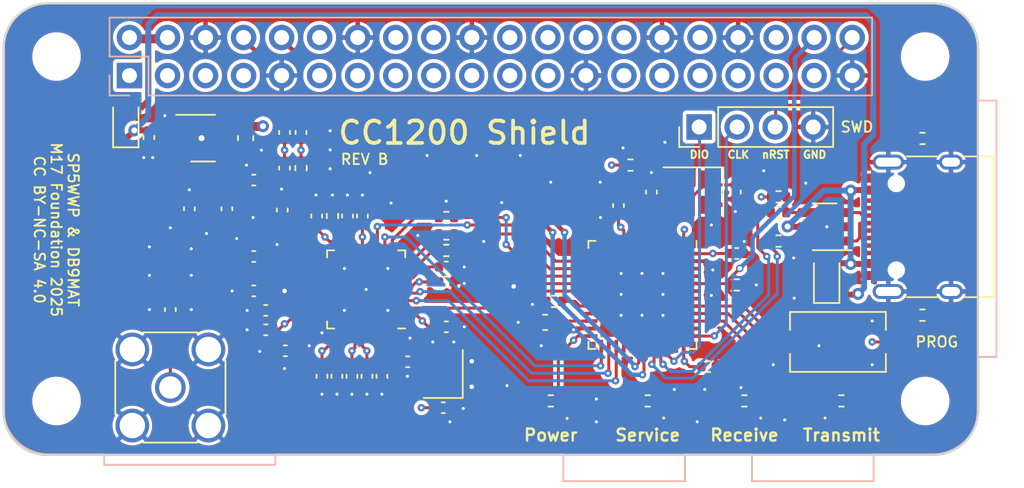
<source format=kicad_pcb>
(kicad_pcb (version 20240108) (generator "pcbnew") (generator_version "8.0")
  (title_block (title "CC1200_Hat") (date "2024-01-30") (rev "1.0") (company "DB9MAT, SP5WWP, M17 Team"))
  (layers (0 "F.Cu" signal) (1 "In1.Cu" power) (2 "In2.Cu" power) (31 "B.Cu" signal) (34 "B.Paste" user) (35 "F.Paste" user) (36 "B.SilkS" user "B.Silkscreen") (37 "F.SilkS" user "F.Silkscreen") (38 "B.Mask" user) (39 "F.Mask" user) (44 "Edge.Cuts" user))
  (net 0 "")
  (net 1 "GND")
  (net 2 "/X1")
  (net 3 "/X2")
  (net 4 "/~{MCU_RST}")
  (net 5 "Net-(P3-In)")
  (net 6 "Net-(D1-A)")
  (net 7 "Net-(J1-Pin_2)")
  (net 8 "Net-(J1-Pin_1)")
  (net 9 "+3.3V")
  (net 10 "Net-(C27-Pad2)")
  (net 11 "Net-(U6-VCAP1)")
  (net 14 "Net-(P5-D--PadA7)")
  (net 15 "Net-(P5-D+-PadA6)")
  (net 16 "/MCU_RX")
  (net 17 "Net-(U6-PB2)")
  (net 18 "/BOOT0")
  (net 19 "Net-(U1-DCPL)")
  (net 20 "Net-(U1-SI)")
  (net 21 "Net-(U1-SCLK)")
  (net 22 "Net-(D2-A)")
  (net 23 "Net-(D3-A)")
  (net 24 "Net-(D4-A)")
  (net 25 "Net-(U1-SO(GPIO1))")
  (net 26 "/MCU_TX")
  (net 27 "Net-(U1-PA)")
  (net 28 "Net-(U1-TRX_SW)")
  (net 29 "Net-(U1-LNA_P)")
  (net 30 "Net-(U3-EN)")
  (net 31 "Net-(U1-LNA_N)")
  (net 33 "Net-(P5-CC1)")
  (net 35 "Net-(P5-CC2)")
  (net 36 "Net-(U1-DCPL_VCO)")
  (net 37 "Net-(U1-LPF0)")
  (net 38 "+5V")
  (net 39 "/RX_LED")
  (net 52 "/TX_LED")
  (net 54 "Net-(U1-LPF1)")
  (net 56 "Net-(U1-DCPL_PFD_CHP)")
  (net 61 "/SVC_LED")
  (net 64 "/USB_DN")
  (net 69 "Net-(D5-A)")
  (net 70 "Net-(U1-DCPL_XOSC)")
  (net 71 "/USB_DP")
  (net 73 "Net-(U1-EXT_XOSC)")
  (net 78 "Net-(R24-Pad2)")
  (net 79 "/~{CC_RST}")
  (net 80 "Net-(R25-Pad1)")
  (net 81 "/~{CC_CS}")
  (net 90 "Net-(X1-OUT)")
  (net 91 "Net-(C1-Pad1)")
  (net 92 "Net-(C1-Pad2)")
  (net 93 "Net-(C4-Pad2)")
  (net 94 "Net-(C5-Pad1)")
  (net 95 "Net-(C8-Pad1)")
  (net 98 "/CC_MISO")
  (net 99 "/CC_MOSI")
  (net 100 "/CC_SCK")
  (net 101 "Net-(U1-RBIAS)")
  (net 102 "/CC_GPIO3")
  (net 103 "/CC_GPIO2")
  (net 104 "/CC_GPIO0")
  (net 108 "Net-(D6-A)")
  (footprint "Capacitor_SMD:C_0402_1005Metric" (layer "F.Cu") (at 198.7 118.2 90)
    (property "Reference" "C23" (hide yes))
    (property "Value" "12p")
  )
  (footprint "Capacitor_SMD:C_0402_1005Metric" (layer "F.Cu") (at 204.4 122.3)
    (property "Reference" "C24" (hide yes))
    (property "Value" "100n")
  )
  (footprint "Capacitor_SMD:C_0402_1005Metric" (layer "F.Cu") (at 202.517 129.858)
    (property "Reference" "C25" (hide yes))
    (property "Value" "100n")
  )
  (footprint "Capacitor_SMD:C_0402_1005Metric" (layer "F.Cu") (at 196.5 119.1 90)
    (property "Reference" "C26" (hide yes))
    (property "Value" "100n")
  )
  (footprint "Capacitor_SMD:C_0402_1005Metric" (layer "F.Cu") (at 166.576 126.048 90)
    (property "Reference" "C27" (hide yes))
    (property "Value" "1n")
  )
  (footprint "Capacitor_SMD:C_0603_1608Metric" (layer "F.Cu") (at 171.6 114.6 -90)
    (property "Reference" "C29" (hide yes))
    (property "Value" "10u")
  )
  (footprint "Connector_Coaxial:SMA_Wurth_60312002114503_Vertical" (layer "F.Cu") (at 166.576 131.25)
    (property "Reference" "P3" (hide yes))
    (property "Value" "SMA")
  )
  (footprint "Resistor_SMD:R_0402_1005Metric" (layer "F.Cu") (at 197.3 116.4)
    (property "Reference" "R1" (hide yes))
    (property "Value" "10k")
  )
  (footprint "Resistor_SMD:R_0402_1005Metric" (layer "F.Cu") (at 192.2 125.5 180)
    (property "Reference" "R7" (hide yes))
    (property "Value" "10k")
  )
  (footprint "Capacitor_SMD:C_0603_1608Metric" (layer "F.Cu") (at 191.6 126.9 180)
    (property "Reference" "C31" (hide yes))
    (property "Value" "2u2")
  )
  (footprint "Package_TO_SOT_SMD:SOT-23-5" (layer "F.Cu") (at 168.76 114.6)
    (property "Reference" "U3")
    (property "Value" "TLV70233_SOT23-5")
  )
  (footprint "Package_TO_SOT_SMD:SOT-23-6" (layer "F.Cu") (at 210.2625 120.52 180)
    (property "Reference" "U4" (hide yes))
    (property "Value" "USBLC6-2")
  )
  (footprint "Resistor_SMD:R_0402_1005Metric" (layer "F.Cu") (at 207.19 119.57 180)
    (property "Reference" "R26" (hide yes))
    (property "Value" "27")
  )
  (footprint "Resistor_SMD:R_0402_1005Metric" (layer "F.Cu") (at 207.19 121.47 180)
    (property "Reference" "R25" (hide yes))
    (property "Value" "27")
  )
  (footprint "Resistor_SMD:R_0402_1005Metric" (layer "F.Cu") (at 207.19 118.52)
    (property "Reference" "R24" (hide yes))
    (property "Value" "1k5")
  )
  (footprint "Resistor_SMD:R_0402_1005Metric" (layer "F.Cu") (at 216.8 114.62)
    (property "Reference" "R23" (hide yes))
    (property "Value" "5k1")
  )
  (footprint "Connector_USB:USB_C_Receptacle_HRO_TYPE-C-31-M-12" (layer "F.Cu") (at 217.65 120.52 90)
    (property "Reference" "P5")
    (property "Value" "USB_C_Plug_USB2.0")
  )
  (footprint "Resistor_SMD:R_0402_1005Metric" (layer "F.Cu") (at 216.8 126.42)
    (property "Reference" "R22" (hide yes))
    (property "Value" "5k1")
  )
  (footprint "Resistor_SMD:R_0402_1005Metric" (layer "F.Cu") (at 198.453 132.144 180)
    (property "Reference" "R18" (hide yes))
    (property "Value" "1k")
  )
  (footprint "Resistor_SMD:R_0402_1005Metric" (layer "F.Cu") (at 211.384 132.144 180)
    (property "Reference" "R13" (hide yes))
    (property "Value" "1k")
  )
  (footprint "Resistor_SMD:R_0402_1005Metric" (layer "F.Cu") (at 204.907 132.144)
    (property "Reference" "R12" (hide yes))
    (property "Value" "1k")
  )
  (footprint "Resistor_SMD:R_0402_1005Metric" (layer "F.Cu") (at 191.976 132.144)
    (property "Reference" "R11" (hide yes))
    (property "Value" "1k")
  )
  (footprint "LED_SMD:LED_0402_1005Metric" (layer "F.Cu") (at 211.384 133.287)
    (property "Reference" "D4")
    (property "Value" "red")
  )
  (footprint "LED_SMD:LED_0402_1005Metric" (layer "F.Cu") (at 204.907 133.293 180)
    (property "Reference" "D3")
    (property "Value" "yellow")
  )
  (footprint "LED_SMD:LED_0402_1005Metric" (layer "F.Cu") (at 191.976 133.318 180)
    (property "Reference" "D2")
    (property "Value" "green")
  )
  (footprint "LED_SMD:LED_0402_1005Metric" (layer "F.Cu") (at 198.43 133.287 180)
    (property "Reference" "D1")
    (property "Value" "blue")
  )
  (footprint "Capacitor_SMD:C_0402_1005Metric" (layer "F.Cu") (at 204.3 118.2 -90)
    (property "Reference" "C21" (hide yes))
    (property "Value" "12p")
  )
  (footprint "Connector_PinHeader_2.54mm:PinHeader_1x04_P2.54mm_Vertical" (layer "F.Cu") (at 201.882 113.856 90)
    (property "Reference" "J1" (hide yes))
    (property "Value" "SWD")
  )
  (footprint "Capacitor_SMD:C_0402_1005Metric" (layer "F.Cu") (at 172.15 124.8)
    (property "Reference" "C9" (hide yes))
    (property "Value" "5p1")
  )
  (footprint "Capacitor_SMD:C_0402_1005Metric" (layer "F.Cu") (at 172.15 122.5)
    (property "Reference" "C8" (hide yes))
    (property "Value" "5p1")
  )
  (footprint "Capacitor_SMD:C_0402_1005Metric" (layer "F.Cu") (at 170.35 119.317 90)
    (property "Reference" "C3" (hide yes))
    (property "Value" "5p1")
  )
  (footprint "Package_DFN_QFN:QFN-48-1EP_7x7mm_P0.5mm_EP5.6x5.6mm" (layer "F.Cu") (at 198.1 125.065401 -90)
    (property "Reference" "U6" (hide yes))
    (property "Value" "STM32F411CEUx")
  )
  (footprint "Inductor_SMD:L_0402_1005Metric" (layer "F.Cu") (at 174.05 123.1 -90)
    (property "Reference" "L7" (hide yes))
    (property "Value" "56n")
  )
  (footprint "Capacitor_SMD:C_0402_1005Metric" (layer "F.Cu") (at 174.25 128.8 180)
    (property "Reference" "C16" (hide yes))
    (property "Value" "1n5")
  )
  (footprint "Resistor_SMD:R_0402_1005Metric" (layer "F.Cu") (at 185.01 119.9 180)
    (property "Reference" "R4" (hide yes))
    (property "Value" "100")
  )
  (footprint "Capacitor_SMD:C_0402_1005Metric" (layer "F.Cu") (at 165.14 114.56 -90)
    (property "Reference" "C35" (hide yes))
    (property "Value" "100n")
  )
  (footprint "Capacitor_SMD:C_0402_1005Metric" (layer "F.Cu") (at 185 127.2 180)
    (property "Reference" "C32" (hide yes))
    (property "Value" "47n")
  )
  (footprint "Inductor_SMD:L_0402_1005Metric" (layer "F.Cu") (at 170.35 122.385 90)
    (property "Reference" "L9" (hide yes))
    (property "Value" "15n")
  )
  (footprint "Resistor_SMD:R_0402_1005Metric" (layer "F.Cu") (at 185.01 121 180)
    (property "Reference" "R6" (hide yes))
    (property "Value" "100")
  )
  (footprint "Capacitor_SMD:C_0402_1005Metric" (layer "F.Cu") (at 167.846 119.317 -90)
    (property "Reference" "C4" (hide yes))
    (property "Value" "6p2")
  )
  (footprint "Capacitor_SMD:C_0402_1005Metric" (layer "F.Cu") (at 172.95 126.1)
    (property "Reference" "C12" (hide yes))
    (property "Value" "10n")
  )
  (footprint "Capacitor_SMD:C_0402_1005Metric" (layer "F.Cu") (at 174.2 116.6 90)
    (property "Reference" "C5" (hide yes))
    (property "Value" "56p")
  )
  (footprint "Capacitor_SMD:C_0402_1005Metric" (layer "F.Cu") (at 174.05 119.4 90)
    (property "Reference" "C2" (hide yes))
    (property "Value" "39p")
  )
  (footprint "Capacitor_SMD:C_0402_1005Metric" (layer "F.Cu") (at 175.3 114.22 -90)
    (property "Reference" "C7" (hide yes))
    (property "Value" "100p")
  )
  (footprint "Inductor_SMD:L_0402_1005Metric" (layer "F.Cu") (at 172.15 123.7 180)
    (property "Reference" "L8" (hide yes))
    (property "Value" "27n")
  )
  (footprint "Capacitor_SMD:C_0402_1005Metric" (layer "F.Cu") (at 184.8 132.6 180)
    (property "Reference" "C15" (hide yes))
    (property "Value" "47n")
  )
  (footprint "Inductor_SMD:L_0402_1005Metric" (layer "F.Cu") (at 166.576 123.762 -90)
    (property "Reference" "L3" (hide yes))
    (property "Value" "22n")
  )
  (footprint "Diode_SMD:D_SOD-323" (layer "F.Cu") (at 210.4 124 90)
    (property "Reference" "D5" (hide yes))
    (property "Value" "BAT60A")
  )
  (footprint "Resistor_SMD:R_0402_1005Metric" (layer "F.Cu") (at 185 122.1 180)
    (property "Reference" "R5" (hide yes))
    (property "Value" "100")
  )
  (footprint "Capacitor_SMD:C_0402_1005Metric" (layer "F.Cu") (at 178.4 119.8 -90)
    (property "Reference" "C30" (hide yes))
    (property "Value" "47n")
  )
  (footprint "Package_DFN_QFN:QFN-32-1EP_5x5mm_P0.5mm_EP3.45x3.45mm" (layer "F.Cu") (at 179.65 124.7 180)
    (property "Reference" "U1" (hide yes))
    (property "Value" "CC1200")
  )
  (footprint "Capacitor_SMD:C_0402_1005Metric" (layer "F.Cu") (at 185 124.2 180)
    (property "Reference" "C33" (hide yes))
    (property "Value" "47n")
  )
  (footprint "Capacitor_SMD:C_0402_1005Metric" (layer "F.Cu") (at 172.95 127.4)
    (property "Reference" "C18" (hide yes))
    (property "Value" "47n")
  )
  (footprint "Capacitor_SMD:C_0402_1005Metric" (layer "F.Cu") (at 172.15 117.4 180)
    (property "Reference" "C1" (hide yes))
    (property "Value" "2p2")
  )
  (footprint "Inductor_SMD:L_0402_1005Metric" (layer "F.Cu") (at 172.15 118.8 180)
    (property "Reference" "L1" (hide yes))
    (property "Value" "15n")
  )
  (footprint "Crystal:Crystal_SMD_3225-4Pin_3.2x2.5mm" (layer "F.Cu") (at 201.5 118.2 180)
    (property "Reference" "Y1" (hide yes))
    (property "Value" "25MHz")
  )
  (footprint "Resistor_SMD:R_0402_1005Metric" (layer "F.Cu") (at 175.3 116.6 -90)
    (property "Reference" "R3" (hide yes))
    (property "Value" "18")
  )
  (footprint "Capacitor_SMD:C_0402_1005Metric" (layer "F.Cu") (at 180.7 130.5 90)
    (property "Reference" "C10" (hide yes))
    (property "Value" "47n")
  )
  (footprint "Capacitor_SMD:C_0402_1005Metric" (layer "F.Cu") (at 174.2 114.22 -90)
    (property "Reference" "C6" (hide yes))
    (property "Value" "10n")
  )
  (footprint "Inductor_SMD:L_0402_1005Metric" (layer "F.Cu") (at 166.14 114.56 -90)
    (property "Reference" "L10" (hide yes))
    (property "Value" "4u7")
  )
  (footprint "Capacitor_SMD:C_0402_1005Metric" (layer "F.Cu") (at 178.7 130.5 90)
    (property "Reference" "C17" (hide yes))
    (property "Value" "47n")
  )
  (footprint "Inductor_SMD:L_0402_1005Metric" (layer "F.Cu") (at 175.35 119.8 -90)
    (property "Reference" "L4" (hide yes))
    (property "Value" "56n")
  )
  (footprint "Capacitor_SMD:C_0402_1005Metric" (layer "F.Cu") (at 185 123.2 180)
    (property "Reference" "C13" (hide yes))
    (property "Value" "220n")
  )
  (footprint "Capacitor_SMD:C_0402_1005Metric" (layer "F.Cu") (at 179.4 119.8 -90)
    (property "Reference" "C34" (hide yes))
    (property "Value" "47n")
  )
  (footprint "Inductor_SMD:L_0402_1005Metric" (layer "F.Cu") (at 172.15 121.3 180)
    (property "Reference" "L6" (hide yes))
    (property "Value" "27n")
  )
  (footprint "Inductor_SMD:L_0402_1005Metric" (layer "F.Cu") (at 169.116 119.317 -90)
    (property "Reference" "L2" (hide yes))
    (property "Value" "43n")
  )
  (footprint "Capacitor_SMD:C_0402_1005Metric" (layer "F.Cu") (at 176.7 130.5 90)
    (property "Reference" "C20" (hide yes))
    (property "Value" "47n")
  )
  (footprint "Capacitor_SMD:C_0402_1005Metric" (layer "F.Cu") (at 177.7 130.5 90)
    (property "Reference" "C11" (hide yes))
    (property "Value" "47n")
  )
  (footprint "Resistor_SMD:R_0402_1005Metric" (layer "F.Cu") (at 204.4 124.4 180)
    (property "Reference" "R9" (hide yes))
    (property "Value" "10k")
  )
  (footprint "Resistor_SMD:R_0402_1005Metric" (layer "F.Cu") (at 177.4 119.8 -90)
    (property "Reference" "R14" (hide yes))
    (property "Value" "56k")
  )
  (footprint "Oscillator:Oscillator_SMD_SeikoEpson_SG210-4Pin_2.5x2.0mm" (layer "F.Cu") (at 184.8 130.35 90)
    (property "Reference" "X1" (hide yes))
    (property "Value" "40MHz")
  )
  (footprint "Diode_SMD:D_SOD-323" (layer "F.Cu") (at 163.6 113.6 90)
    (property "Reference" "D6" (hide yes))
    (property "Value" "BAT60A")
  )
  (footprint "Capacitor_SMD:C_0402_1005Metric" (layer "F.Cu") (at 182.43 129.53)
    (property "Reference" "C14" (hide yes))
    (property "Value" "1n")
  )
  (footprint "Capacitor_SMD:C_0402_1005Metric" (layer "F.Cu") (at 179.7 130.5 90)
    (property "Reference" "C19" (hide yes))
    (property "Value" "47n")
  )
  (footprint "Capacitor_SMD:C_0402_1005Metric" (layer "F.Cu") (at 176.35 119.8 -90)
    (property "Reference" "C22" (hide yes))
    (property "Value" "47n")
  )
  (footprint "Button_Switch_SMD:SW_Tactile_SPST_NO_Straight_CK_PTS636Sx25SMTRLFS" (layer "F.Cu") (at 211.153 128.207)
    (property "Reference" "SW1" (hide yes))
    (property "Value" "PROG" (hide yes))
  )
  (footprint "Module:Raspberry_Pi_Zero_Socketed_THT_FaceDown_MountingHoles" (layer "B.Cu") (at 163.845 110.42 -90)
    (property "Reference" "PI1" (hide yes))
    (property "Value" "RPi_Zero")
  )
  (gr_arc (start 158.3 135.75) (mid 156.284746 134.915254) (end 155.45 132.9) (stroke (width 0.15)) (layer "Edge.Cuts"))
  (gr_line (start 155.45 132.9) (end 155.45 108.55) (stroke (width 0.15)) (layer "Edge.Cuts"))
  (gr_line (start 158.4 105.6) (end 217.5 105.6) (stroke (width 0.15)) (layer "Edge.Cuts"))
  (gr_arc (start 217.5 105.6) (mid 219.62132 106.47868) (end 220.5 108.6) (stroke (width 0.15)) (layer "Edge.Cuts"))
  (gr_line (start 217.55 135.75) (end 158.3 135.75) (stroke (width 0.15)) (layer "Edge.Cuts"))
  (gr_line (start 220.5 108.6) (end 220.5 132.9) (stroke (width 0.15)) (layer "Edge.Cuts"))
  (gr_arc (start 155.45 108.55) (mid 156.314035 106.464035) (end 158.4 105.6) (stroke (width 0.15)) (layer "Edge.Cuts"))
  (gr_arc (start 220.5 132.9) (mid 219.601503 134.922224) (end 217.55 135.751694) (stroke (width 0.15)) (layer "Edge.Cuts"))
  (gr_text "SP5WWP & DB9MAT\nM17 Foundation 2025\nCC BY-NC-SA 4.0" (at 158.956 120.714 270) (layer "F.SilkS") (effects (font (size 0.7 0.7) (thickness 0.125))))
  (gr_text "CC1200 Shield" (at 177.652 114.238 0) (layer "F.SilkS") (effects (font (size 1.5 1.5) (thickness 0.25)) (justify left)))
  (gr_text "Transmit" (at 211.384 134.43 0) (layer "F.SilkS") (effects (font (size 0.8 0.8) (thickness 0.16))))
  (gr_text "Receive" (at 204.907 134.43 0) (layer "F.SilkS") (effects (font (size 0.8 0.8) (thickness 0.16) (bold yes))))
  (gr_text "Power" (at 191.976 134.43 0) (layer "F.SilkS") (effects (font (size 0.8 0.8) (thickness 0.16))))
  (gr_text "Service" (at 198.453 134.43 0) (layer "F.SilkS") (effects (font (size 0.8 0.8) (thickness 0.16))))
  (gr_text "SWD" (at 212.423 113.856 0) (layer "F.SilkS") (effects (font (size 0.7 0.7) (thickness 0.125))))
  (gr_text "REV B" (at 177.879 116.015 0) (layer "F.SilkS") (effects (font (size 0.7 0.7) (thickness 0.125)) (justify left)))
  (gr_text "GND" (at 209.6 115.7 0) (layer "F.SilkS") (effects (font (size 0.5 0.5) (thickness 0.125))))
  (gr_text "CLK" (at 204.5 115.7 0) (layer "F.SilkS") (effects (font (size 0.5 0.5) (thickness 0.125))))
  (gr_text "PROG" (at 217.757 128.207 0) (layer "F.SilkS") (effects (font (size 0.7 0.7) (thickness 0.125))))
  (gr_text "nRST" (at 207 115.7 0) (layer "F.SilkS") (effects (font (size 0.5 0.5) (thickness 0.125))))
  (gr_text "DIO" (at 201.9 115.7 0) (layer "F.SilkS") (effects (font (size 0.5 0.5) (thickness 0.125))))
  (segment (start 205.417 133.268) (end 205.392 133.293) (width 0.2) (layer "F.Cu") (net 1))
  (segment (start 180.4 127.1375) (end 180.4 126.575) (width 0.2) (layer "F.Cu") (net 1))
  (segment (start 194.6625 127.315401) (end 193.584599 127.315401) (width 0.2) (layer "F.Cu") (net 1))
  (segment (start 211.4 120.52) (end 210.4125 120.52) (width 0.2) (layer "F.Cu") (net 1))
  (segment (start 193.584599 127.315401) (end 193.5 127.4) (width 0.2) (layer "F.Cu") (net 1))
  (segment (start 192.486 133.293) (end 192.461 133.318) (width 0.2) (layer "F.Cu") (net 1))
  (segment (start 180.875 126.1) (end 181.1 126.1) (width 0.2) (layer "F.Cu") (net 1))
  (segment (start 180.4 126.575) (end 180.875 126.1) (width 0.2) (layer "F.Cu") (net 1))
  (segment (start 198.963 133.239) (end 198.915 133.287) (width 0.2) (layer "F.Cu") (net 1))
  (via (at 201.755 133.541) (size 0.5) (drill 0.2) (layers "F.Cu" "B.Cu") (net 1))
  (via (at 185.245 133.541) (size 0.5) (drill 0.2) (layers "F.Cu" "B.Cu") (net 1))
  (via (at 200.231 131.382) (size 0.5) (drill 0.2) (layers "F.Cu" "B.Cu") (net 1))
  (via (at 199.596 114.872) (size 0.5) (drill 0.2) (layers "F.Cu" "B.Cu") (net 1))
  (via (at 189.5 124.5) (size 0.5) (drill 0.3) (layers "F.Cu" "B.Cu") (net 1))
  (via (at 175.847 128.461) (size 0.5) (drill 0.2) (layers "F.Cu" "B.Cu") (net 1))
  (via (at 167.973 126.048) (size 0.5) (drill 0.2) (layers "F.Cu" "B.Cu") (net 1))
  (via (at 213.439 129.731) (size 0.5) (drill 0.2) (layers "F.Cu" "B.Cu") (net 1))
  (via (at 165.4 115.9) (size 0.5) (drill 0.2) (layers "F.Cu" "B.Cu") (net 1))
  (via (at 182.578 127.953) (size 0.5) (drill 0.2) (layers "F.Cu" "B.Cu") (net 1))
  (via (at 186.2 124.3) (size 0.5) (drill 0.2) (layers "F.Cu" "B.Cu") (net 1))
  (via (at 189.055 131.128) (size 0.5) (drill 0.2) (layers "F.Cu" "B.Cu") (net 1))
  (via (at 184.102 128.207) (size 0.5) (drill 0.2) (layers "F.Cu" "B.Cu") (net 1))
  (via (at 195.278 117.539) (size 0.5) (drill 0.2) (layers "F.Cu" "B.Cu") (net 1))
  (via (at 209.883 128.461) (size 0.5) (drill 0.2) (layers "F.Cu" "B.Cu") (net 1))
  (via (at 208.232 125.286) (size 0.5) (drill 0.2) (layers "F.Cu" "B.Cu") (net 1))
  (via (at 184.991 118.809) (size 0.5) (drill 0.2) (layers "F.Cu" "B.Cu") (net 1))
  (via (at 186.7 131.2) (size 0.5) (drill 0.3) (layers "F.Cu" "B.Cu") (net 1))
  (via (at 179.7 131.7) (size 0.5) (drill 0.2) (layers "F.Cu" "B.Cu") (net 1))
  (via (at 178.7 131.7) (size 0.5) (drill 0.2) (layers "F.Cu" "B.Cu") (net 1))
  (via (at 180.7 131.7) (size 0.5) (drill 0.2) (layers "F.Cu" "B.Cu") (net 1))
  (via (at 195.024 133.541) (size 0.5) (drill 0.2) (layers "F.Cu" "B.Cu") (net 1))
  (via (at 171.7 126.1) (size 0.5) (drill 0.2) (layers "F.Cu" "B.Cu") (net 1))
  (via (at 172.1 119.9) (size 0.5) (drill 0.2) (layers "F.Cu" "B.Cu") (net 1))
  (via (at 196.802 115.253) (size 0.5) (drill 0.2) (layers "F.Cu" "B.Cu") (net 1))
  (via (at 199.469 125.032) (size 0.5) (drill 0.2) (layers "F.Cu" "B.Cu") (net 1))
  (via (at 187.023 115.761) (size 0.5) (drill 0.2) (layers "F.Cu" "B.Cu") (net 1))
  (via (at 186.2 123.2) (size 0.5) (drill 0.2) (layers "F.Cu" "B.Cu") (net 1))
  (via (at 177.244 116.65) (size 0.5) (drill 0.2) (layers "F.Cu" "B.Cu") (net 1))
  (via (at 183.1 121.1) (size 0.5) (drill 0.2) (layers "F.Cu" "B.Cu") (net 1))
  (via (at 198.072 123.635) (size 0.5) (drill 0.2) (layers "F.Cu" "B.Cu") (net 1))
  (via (at 177.244 115.38) (size 0.5) (drill 0.2) (layers "F.Cu" "B.Cu") (net 1))
  (via (at 178.2 126.1) (size 0.5) (drill 0.2) (layers "F.Cu" "B.Cu") (net 1))
  (via (at 178.4 118.4) (size 0.5) (drill 0.2) (layers "F.Cu" "B.Cu") (net 1))
  (via (at 204.3 119.5) (size 0.5) (drill 0.2) (layers "F.Cu" "B.Cu") (net 1))
  (via (at 183.721 115.761) (size 0.5) (drill 0.2) (layers "F.Cu" "B.Cu") (net 1))
  (via (at 173.7 121.7) (size 0.5) (drill 0.2) (layers "F.Cu" "B.Cu") (net 1))
  (via (at 185.499 128.207) (size 0.5) (drill 0.2) (layers "F.Cu" "B.Cu") (net 1))
  (via (at 213.439 126.81) (size 0.5) (drill 0.2) (layers "F.Cu" "B.Cu") (net 1))
  (via (at 187.5 121.5) (size 0.5) (drill 0.2) (layers "F.Cu" "B.Cu") (net 1))
  (via (at 177.7 131.7) (size 0.5) (drill 0.2) (layers "F.Cu" "B.Cu") (net 1))
  (via (at 176.7 131.7) (size 0.5) (drill 0.2) (layers "F.Cu" "B.Cu") (net 1))
  (via (at 179.911 116.904) (size 0.5) (drill 0.2) (layers "F.Cu" "B.Cu") (net 1))
  (via (at 181.1 126.1) (size 0.5) (drill 0.2) (layers "F.Cu" "B.Cu") (net 1))
  (via (at 167.973 121.984) (size 0.5) (drill 0.2) (layers "F.Cu" "B.Cu") (net 1))
  (via (at 174 118) (size 0.5) (drill 0.2) (layers "F.Cu" "B.Cu") (net 1))
  (via (at 199.469 123.635) (size 0.5) (drill 0.2) (layers "F.Cu" "B.Cu") (net 1))
  (via (at 164.8 115.9) (size 0.5) (drill 0.2) (layers "F.Cu" "B.Cu") (net 1))
  (via (at 171.66 116.4) (size 0.5) (drill 0.2) (layers "F.Cu" "B.Cu") (net 1))
  (via (at 196.675 126.429) (size 0.5) (drill 0.2) (layers "F.Cu" "B.Cu") (net 1))
  (via (at 178.2 123.3) (size 0.5) (drill 0.2) (layers "F.Cu" "B.Cu") (net 1))
  (via (at 181.1 123.3) (size 0.5) (drill 0.2) (layers "F.Cu" "B.Cu") (net 1))
  (via (at 188.7 118.9) (size 0.5) (drill 0.2) (layers "F.Cu" "B.Cu") (net 1))
  (via (at 165.179 121.857) (size 0.5) (drill 0.2) (layers "F.Cu" "B.Cu") (net 1))
  (via (at 196.675 123.635) (size 0.5) (drill 0.2) (layers "F.Cu" "B.Cu") (net 1))
  (via (at 196.675 125.032) (size 0.5) (drill 0.2) (layers "F.Cu" "B.Cu") (net 1))
  (via (at 165.179 123.762) (size 0.5) (drill 0.2) (layers "F.Cu" "B.Cu") (net 1))
  (via (at 179.4 118.4) (size 0.5) (drill 0.2) (layers "F.Cu" "B.Cu") (net 1))
  (via (at 181.308 118.936) (size 0.5) (drill 0.2) (layers "F.Cu" "B.Cu") (net 1))
  (via (at 177.244 114.11) (size 0.5) (drill 0.2) (layers "F.Cu" "B.Cu") (net 1))
  (via (at 165.179 126.048) (size 0.5) (drill 0.2) (layers "F.Cu" "B.Cu") (net 1))
  (via (at 195.024 132.017) (size 0.5) (drill 0.2) (layers "F.Cu" "B.Cu") (net 1))
  (via (at 170.7 124.8) (size 0.5) (drill 0.2) (layers "F.Cu" "B.Cu") (net 1))
  (via (at 172.66 115.4) (size 0.5) (drill 0.2) (layers "F.Cu" "B.Cu") (net 1))
  (via (at 206.2 116.777) (size 0.5) (drill 0.2) (layers "F.Cu" "B.Cu") (net 1))
  (via (at 206.835 129.731) (size 0.5) (drill 0.2) (layers "F.Cu" "B.Cu") (net 1))
  (via (at 166.576 120.587) (size 0.5) (drill 0.2) (layers "F.Cu" "B.Cu") (net 1))
  (via (at 198.7 116.9) (size 0.5) (drill 0.2) (layers "F.Cu" "B.Cu") (net 1))
  (via (at 177.4 118.4) (size 0.5) (drill 0.2) (layers "F.Cu" "B.Cu") (net 1))
  (via (at 176.7 127.6) (size 0.5) (drill 0.2) (layers "F.Cu" "B.Cu") (net 1))
  (via (at 174.196 129.985) (size 0.5) (drill 0.2) (layers "F.Cu" "B.Cu") (net 1))
  (via (at 210.4125 120.52) (size 0.5) (drill 0.2) (layers "F.Cu" "B.Cu") (net 1))
  (via (at 199.469 126.429) (size 0.5) (drill 0.2) (layers "F.Cu" "B.Cu") (net 1))
  (via (at 202.263 131.382) (size 0.5) (drill 0.2) (layers "F.Cu" "B.Cu") (net 1))
  (via (at 167.973 123.762) (size 0.5) (drill 0.2) (layers "F.Cu" "B.Cu") (net 1))
  (via (at 167.846 118.047) (size 0.5) (drill 0.2) (layers "F.Cu" "B.Cu") (net 1))
  (via (at 191.341 128.461) (size 0.5) (drill 0.2) (layers "F.Cu" "B.Cu") (net 1))
  (via (at 204.9 121.5) (size 0.5) (drill 0.2) (layers "F.Cu" "B.Cu") (net 1))
  (via (at 189.8 126.9) (size 0.5) (drill 0.2) (layers "F.Cu" "B.Cu") (net 1))
  (via (at 190.7505 125.7) (size 0.5) (drill 0.2) (layers "F.Cu" "B.Cu") (net 1))
  (via (at 171 121.3) (size 0.5) (drill 0.2) (layers "F.Cu" "B.Cu") (net 1))
  (via (at 182.4 130.5) (size 0.5) (drill 0.2) (layers "F.Cu" "B.Cu") (net 1))
  (via (at 179.65 124.7) (size 0.5) (drill 0.2) (layers "F.Cu" "B.Cu") (net 1))
  (via (at 195.3 119.9) (size 0.5) (drill 0.2) (layers "F.Cu" "B.Cu") (net 1))
  (via (at 204.676 131.255) (size 0.5) (drill 0.2) (layers "F.Cu" "B.Cu") (net 1))
  (via (at 166.2 113.1) (size 0.5) (drill 0.2) (layers "F.Cu" "B.Cu") (net 1))
  (via (at 208.2 122.6) (size 0.5) (drill 0.2) (layers "F.Cu" "B.Cu") (net 1))
  (via (at 176.3 118.4) (size 0.5) (drill 0.2) (layers "F.Cu" "B.Cu") (net 1))
  (via (at 186.134 132.652) (size 0.5) (drill 0.2) (layers "F.Cu" "B.Cu") (net 1))
  (via (at 172.545 128.842) (size 0.5) (drill 0.2) (layers "F.Cu" "B.Cu") (net 1))
  (via (at 193.5 127.4) (size 0.5) (drill 0.2) (layers "F.Cu" "B.Cu") (net 1))
  (via (at 205.7 124.4) (size 0.5) (drill 0.2) (layers "F.Cu" "B.Cu") (net 1))
  (via (at 207.597 133.414) (size 0.5) (drill 0.2) (layers "F.Cu" "B.Cu") (net 1))
  (via (at 191.976 117.539) (size 0.5) (drill 0.2) (layers "F.Cu" "B.Cu") (net 1))
  (via (at 189.944 115.761) (size 0.5) (drill 0.2) (layers "F.Cu" "B.Cu") (net 1))
  (via (at 168.989 120.968) (size 0.5) (drill 0.2) (layers "F.Cu" "B.Cu") (net 1))
  (via (at 202.7 125.1) (size 0.5) (drill 0.2) (layers "F.Cu" "B.Cu") (net 1))
  (via (at 168.66 114.6) (size 0.8) (drill 0.4) (layers "F.Cu" "B.Cu") (net 1))
  (via (at 209 117.6) (size 0.5) (drill 0.2) (layers "F.Cu" "B.Cu") (net 1))
  (via (at 171.7 127.4) (size 0.5) (drill 0.2) (layers "F.Cu" "B.Cu") (net 1))
  (via (at 202.8 123.4) (size 0.5) (drill 0.2) (layers "F.Cu" "B.Cu") (net 1))
  (via (at 174.2 124.8) (size 0.5) (drill 0.3) (layers "F.Cu" "B.Cu") (net 1))
  (via (at 186.7 129.5) (size 0.5) (drill 0.3) (layers "F.Cu" "B.Cu") (net 1))
  (via (at 198.072 126.429) (size 0.5) (drill 0.2) (layers "F.Cu" "B.Cu") (net 1))
  (via (at 186.2 127.2) (size 0.5) (drill 0.2) (layers "F.Cu" "B.Cu") (net 1))
  (via (at 202.7 120.4) (size 0.5) (drill 0.2) (layers "F.Cu" "B.Cu") (net 1))
  (segment (start 201.15 120.1) (end 199.2 120.1) (width 0.2) (layer "F.Cu") (net 2))
  (segment (start 202.97 117.72) (end 202.6 117.35) (width 0.2) (layer "F.Cu") (net 2))
  (segment (start 201.5 119.75) (end 201.15 120.1) (width 0.2) (layer "F.Cu") (net 2))
  (segment (start 202.6 117.35) (end 201.5 118.45) (width 0.2) (layer "F.Cu") (net 2))
  (segment (start 199.2 120.1) (end 198.85 120.45) (width 0.2) (layer "F.Cu") (net 2))
  (segment (start 201.5 118.45) (end 201.5 119.75) (width 0.2) (layer "F.Cu") (net 2))
  (segment (start 204.3 117.72) (end 202.97 117.72) (width 0.2) (layer "F.Cu") (net 2))
  (segment (start 198.85 120.45) (end 198.85 121.627901) (width 0.2) (layer "F.Cu") (net 2))
  (segment (start 198.35 121.627901) (end 198.35 120.05) (width 0.2) (layer "F.Cu") (net 3))
  (segment (start 198.9 119.5) (end 199.95 119.5) (width 0.2) (layer "F.Cu") (net 3))
  (segment (start 198.35 120.05) (end 198.9 119.5) (width 0.2) (layer "F.Cu") (net 3))
  (segment (start 200.03 118.68) (end 200.4 119.05) (width 0.2) (layer "F.Cu") (net 3))
  (segment (start 199.95 119.5) (end 200.4 119.05) (width 0.2) (layer "F.Cu") (net 3))
  (segment (start 198.75 118.68) (end 200.03 118.68) (width 0.2) (layer "F.Cu") (net 3))
  (segment (start 207 112.4) (end 200.544 112.4) (width 0.2) (layer "F.Cu") (net 4))
  (segment (start 206.99 112.41) (end 207 112.4) (width 0.2) (layer "F.Cu") (net 4))
  (segment (start 206.99 113.85) (end 206.99 112.41) (width 0.2) (layer "F.Cu") (net 4))
  (segment (start 210.9 109.157121) (end 210.9 111.5) (width 0.2) (layer "F.Cu") (net 4))
  (segment (start 210.9 111.5) (end 210 112.4) (width 0.2) (layer "F.Cu") (net 4))
  (segment (start 197.85 115.094) (end 197.85 121.627901) (width 0.2) (layer "F.Cu") (net 4))
  (segment (start 200.544 112.4) (end 197.85 115.094) (width 0.2) (layer "F.Cu") (net 4))
  (segment (start 210 112.4) (end 207 112.4) (width 0.2) (layer "F.Cu") (net 4))
  (segment (start 212.09 107.967121) (end 210.9 109.157121) (width 0.2) (layer "F.Cu") (net 4))
  (segment (start 166.576 126.528) (end 166.576 131.25) (width 0.2) (layer "F.Cu") (net 5))
  (segment (start 197.943 132.144) (end 197.943 133.285) (width 0.2) (layer "F.Cu") (net 6))
  (segment (start 197.943 133.285) (end 197.945 133.287) (width 0.2) (layer "F.Cu") (net 6))
  (segment (start 202.884599 127.815401) (end 202.9 127.8) (width 0.2) (layer "F.Cu") (net 7))
  (segment (start 201.5375 127.815401) (end 202.884599 127.815401) (width 0.2) (layer "F.Cu") (net 7))
  (via (at 202.9 127.8) (size 0.5) (drill 0.2) (layers "F.Cu" "B.Cu") (net 7))
  (segment (start 204.45 113.85) (end 203.7 114.6) (width 0.2) (layer "B.Cu") (net 7))
  (segment (start 203.7 127) (end 202.9 127.8) (width 0.2) (layer "B.Cu") (net 7))
  (segment (start 203.7 125.1) (end 203.7 127) (width 0.2) (layer "B.Cu") (net 7))
  (segment (start 203.7 114.6) (end 203.7 125.1) (width 0.2) (layer "B.Cu") (net 7))
  (segment (start 199.85 129.15) (end 200.2 129.5) (width 0.2) (layer "F.Cu") (net 8))
  (segment (start 199.85 128.502901) (end 199.85 129.15) (width 0.2) (layer "F.Cu") (net 8))
  (via (at 200.2 129.5) (size 0.5) (drill 0.2) (layers "F.Cu" "B.Cu") (net 8))
  (segment (start 201.5 128.9) (end 200.792893 128.9) (width 0.2) (layer "B.Cu") (net 8))
  (segment (start 200.792893 128.9) (end 200.2 129.492893) (width 0.2) (layer "B.Cu") (net 8))
  (segment (start 200.2 129.492893) (end 200.2 129.5) (width 0.2) (layer "B.Cu") (net 8))
  (segment (start 201.91 113.85) (end 201.91 128.49) (width 0.2) (layer "B.Cu") (net 8))
  (segment (start 201.91 128.49) (end 201.5 128.9) (width 0.2) (layer "B.Cu") (net 8))
  (segment (start 179.4 128.5) (end 179.7 128.8) (width 0.2) (layer "F.Cu") (net 9))
  (segment (start 184.32 132.6) (end 183.34 132.6) (width 0.2) (layer "F.Cu") (net 9))
  (segment (start 178.4 121.7) (end 178.2 121.5) (width 0.2) (layer "F.Cu") (net 9))
  (segment (start 193.784599 127.815401) (end 193.5 128.1) (width 0.2) (layer "F.Cu") (net 9))
  (segment (start 179.9 122.2625) (end 179.4 122.2625) (width 0.2) (layer "F.Cu") (net 9))
  (segment (start 206.68 118.52) (end 206.04 118.52) (width 0.2) (layer "F.Cu") (net 9))
  (segment (start 174.2 116.12) (end 174.2 115.4) (width 0.2) (layer "F.Cu") (net 9))
  (segment (start 200.85 128.502901) (end 200.85 129.45) (width 0.2) (layer "F.Cu") (net 9))
  (segment (start 178.7 130.02) (end 178.7 128.8) (width 0.2) (layer "F.Cu") (net 9))
  (segment (start 179.4 122.2625) (end 179.4 121.2) (width 0.2) (layer "F.Cu") (net 9))
  (segment (start 178.4 122.2625) (end 178.4 121.7) (width 0.2) (layer "F.Cu") (net 9))
  (segment (start 200.85 120.75) (end 200.9 120.7) (width 0.2) (layer "F.Cu") (net 9))
  (segment (start 200.85 129.45) (end 200.9 129.5) (width 0.2) (layer "F.Cu") (net 9))
  (segment (start 177.2 121.5) (end 176.9 121.2) (width 0.2) (layer "F.Cu") (net 9))
  (segment (start 183 124.2) (end 183.2 124.2) (width 0.2) (layer "F.Cu") (net 9))
  (segment (start 196.85 120.75) (end 196.85 121.627901) (width 0.2) (layer "F.Cu") (net 9))
  (segment (start 192.486 129.114) (end 192.486 132.144) (width 0.2) (layer "F.Cu") (net 9))
  (segment (start 196.65 120.55) (end 196.85 120.75) (width 0.2) (layer "F.Cu") (net 9))
  (segment (start 182.0875 124.45) (end 182.75 124.45) (width 0.2) (layer "F.Cu") (net 9))
  (segment (start 179.7 130.02) (end 179.7 128.8) (width 0.2) (layer "F.Cu") (net 9))
  (segment (start 183.8 127.2) (end 183.4 126.8) (width 0.2) (layer "F.Cu") (net 9))
  (segment (start 194.6625 127.815401) (end 193.784599 127.815401) (width 0.2) (layer "F.Cu") (net 9))
  (segment (start 200.9 129.5) (end 201.258 129.858) (width 0.2) (layer "F.Cu") (net 9))
  (segment (start 175.3 114.7) (end 175.3 115.4) (width 0.2) (layer "F.Cu") (net 9))
  (segment (start 184.52 124.2) (end 183.2 124.2) (width 0.2) (layer "F.Cu") (net 9))
  (segment (start 196.5 120.4) (end 196.5 119.58) (width 0.2) (layer "F.Cu") (net 9))
  (segment (start 177.2125 125.45) (end 175.844974 125.45) (width 0.2) (layer "F.Cu") (net 9))
  (segment (start 184.32 132.6) (end 184.32 131.37) (width 0.2) (layer "F.Cu") (net 9))
  (segment (start 184.52 127.2) (end 183.8 127.2) (width 0.2) (layer "F.Cu") (net 9))
  (segment (start 174.2 114.7) (end 174.2 115.4) (width 0.2) (layer "F.Cu") (net 9))
  (segment (start 178.4 120.28) (end 179.4 120.28) (width 0.2) (layer "F.Cu") (net 9))
  (segment (start 203.92 122.3) (end 202.8 122.3) (width 0.2) (layer "F.Cu") (net 9))
  (segment (start 200.865401 129.534599) (end 200.9 129.5) (width 0.2) (layer "F.Cu") (net 9))
  (segment (start 174.294974 127) (end 174.2 127) (width 0.2) (layer "F.Cu") (net 9))
  (segment (start 169.86 113.65) (end 170.592 113.65) (width 0.6) (layer "F.Cu") (net 9))
  (segment (start 182.0875 126.45) (end 183.05 126.45) (width 0.2) (layer "F.Cu") (net 9))
  (segment (start 202.784599 122.315401) (end 202.8 122.3) (width 0.2) (layer "F.Cu") (net 9))
  (segment (start 171.6 113.825) (end 172.735 113.825) (width 0.6) (layer "F.Cu") (net 9))
  (segment (start 171.6 113.825) (end 170.767 113.825) (width 0.6) (layer "F.Cu") (net 9))
  (segment (start 176.35 120.65) (end 176.9 121.2) (width 0.2) (layer "F.Cu") (net 9))
  (segment (start 184.32 131.37) (end 184.15 131.2) (width 0.2) (layer "F.Cu") (net 9))
  (segment (start 178.2 121.5) (end 177.2 121.5) (width 0.2) (layer "F.Cu") (net 9))
  (segment (start 170.592 113.65) (end 170.767 113.825) (width 0.6) (layer "F.Cu") (net 9))
  (segment (start 175.844974 125.45) (end 174.294974 127) (width 0.2) (layer "F.Cu") (net 9))
  (segment (start 176.7 130.02) (end 176.7 128.8) (width 0.2) (layer "F.Cu") (net 9))
  (segment (start 177.9 127.1375) (end 177.9 127.7) (width 0.2) (layer "F.Cu") (net 9))
  (segment (start 200.85 121.627901) (end 200.85 120.75) (width 0.2) (layer "F.Cu") (net 9))
  (segment (start 176.35 120.28) (end 176.35 120.65) (width 0.2) (layer "F.Cu") (net 9))
  (segment (start 173.43 127.4) (end 173.8 127.4) (width 0.2) (layer "F.Cu") (net 9))
  (segment (start 201.5375 122.315401) (end 202.784599 122.315401) (width 0.2) (layer "F.Cu") (net 9))
  (segment (start 178.9 128.6) (end 178.7 128.8) (width 0.2) (layer "F.Cu") (net 9))
  (segment (start 175.3 116.09) (end 175.3 115.4) (width 0.2) (layer "F.Cu") (net 9))
  (segment (start 193.5 128.1) (end 192.486 129.114) (width 0.2) (layer "F.Cu") (net 9))
  (segment (start 176.8 128.8) (end 176.7 128.8) (width 0.2) (layer "F.Cu") (net 9))
  (segment (start 173.8 127.4) (end 174.2 127) (width 0.2) (layer "F.Cu") (net 9))
  (segment (start 201.258 129.858) (end 202.037 129.858) (width 0.2) (layer "F.Cu") (net 9))
  (segment (start 182.75 124.45) (end 183 124.2) (width 0.2) (layer "F.Cu") (net 9))
  (segment (start 177.9 127.7) (end 176.8 128.8) (width 0.2) (layer "F.Cu") (net 9))
  (segment (start 213.439 128.207) (end 215.028 128.207) (width 0.2) (layer "F.Cu") (net 9))
  (segment (start 172.735 113.825) (end 172.76 113.8) (width 0.6) (layer "F.Cu") (net 9))
  (segment (start 183.05 126.45) (end 183.4 126.8) (width 0.2) (layer "F.Cu") (net 9))
  (segment (start 196.65 120.55) (end 196.5 120.4) (width 0.2) (layer "F.Cu") (net 9))
  (segment (start 179.4 127.1375) (end 179.4 128.5) (width 0.2) (layer "F.Cu") (net 9))
  (segment (start 179.4 120.28) (end 179.4 121.2) (width 0.2) (layer "F.Cu") (net 9))
  (segment (start 178.9 127.1375) (end 178.9 128.6) (width 0.2) (layer "F.Cu") (net 9))
  (segment (start 196.04 116.4) (end 196.79 116.4) (width 0.2) (layer "F.Cu") (net 9))
  (via (at 174.2 115.4) (size 0.5) (drill 0.2) (layers "F.Cu" "B.Cu") (net 9))
  (via (at 193.5 128.1) (size 0.5) (drill 0.2) (layers "F.Cu" "B.Cu") (net 9))
  (via (at 213.439 128.207) (size 0.5) (drill 0.2) (layers "F.Cu" "B.Cu") (net 9))
  (via (at 172.76 113.8) (size 0.8) (drill 0.4) (layers "F.Cu" "B.Cu") (net 9))
  (via (at 202.8 122.3) (size 0.5) (drill 0.2) (layers "F.Cu" "B.Cu") (net 9))
  (via (at 179.7 128.8) (size 0.5) (drill 0.2) (layers "F.Cu" "B.Cu") (net 9))
  (via (at 175.3 115.4) (size 0.5) (drill 0.2) (layers "F.Cu" "B.Cu") (net 9))
  (via (at 174.2 127) (size 0.5) (drill 0.2) (layers "F.Cu" "B.Cu") (net 9))
  (via (at 196.65 120.55) (size 0.5) (drill 0.2) (layers "F.Cu" "B.Cu") (net 9))
  (via (at 176.7 128.8) (size 0.5) (drill 0.2) (layers "F.Cu" "B.Cu") (net 9))
  (via (at 200.9 120.7) (size 0.5) (drill 0.2) (layers "F.Cu" "B.Cu") (net 9))
  (via (at 178.7 128.8) (size 0.5) (drill 0.2) (layers "F.Cu" "B.Cu") (net 9))
  (via (at 183.34 132.6) (size 0.5) (drill 0.2) (layers "F.Cu" "B.Cu") (net 9))
  (via (at 196.04 116.4) (size 0.5) (drill 0.2) (layers "F.Cu" "B.Cu") (net 9))
  (via (at 200.9 129.5) (size 0.5) (drill 0.2) (layers "F.Cu" "B.Cu") (net 9))
  (via (at 183.4 126.8) (size 0.5) (drill 0.2) (layers "F.Cu" "B.Cu") (net 9))
  (via (at 183.2 124.2) (size 0.5) (drill 0.2) (layers "F.Cu" "B.Cu") (net 9))
  (via (at 176.9 121.2) (size 0.5) (drill 0.2) (layers "F.Cu" "B.Cu") (net 9))
  (via (at 206.04 118.52) (size 0.5) (drill 0.2) (layers "F.Cu" "B.Cu") (net 9))
  (via (at 179.4 121.2) (size 0.5) (drill 0.2) (layers "F.Cu" "B.Cu") (net 9))
  (segment (start 166.576 124.247) (end 166.576 125.568) (width 0.2) (layer "F.Cu") (net 10))
  (segment (start 194.6625 126.815401) (end 192.459599 126.815401) (width 0.2) (layer "F.Cu") (net 11))
  (segment (start 192.459599 126.815401) (end 192.375 126.9) (width 0.2) (layer "F.Cu") (net 11))
  (segment (start 212.6 121.27) (end 212.6 120.32) (width 0.2) (layer "F.Cu") (net 14))
  (segment (start 211.4 121.47) (end 212.4 121.47) (width 0.2) (layer "F.Cu") (net 14))
  (segment (start 212.4 121.47) (end 212.6 121.27) (width 0.2) (layer "F.Cu") (net 14))
  (segment (start 212.68 121.27) (end 213.605 121.27) (width 0.2) (layer "F.Cu") (net 14))
  (segment (start 212.6 120.32) (end 212.65 120.27) (width 0.2) (layer "F.Cu") (net 14))
  (segment (start 213.605 120.27) (end 212.68 120.27) (width 0.2) (layer "F.Cu") (net 14))
  (segment (start 212.6 119.57) (end 211.4 119.57) (width 0.2) (layer "F.Cu") (net 15))
  (segment (start 213.605 119.77) (end 214.53 119.77) (width 0.2) (layer "F.Cu") (net 15))
  (segment (start 214.58 120.72) (end 214.53 120.77) (width 0.2) (layer "F.Cu") (net 15))
  (segment (start 214.53 120.77) (end 213.605 120.77) (width 0.2) (layer "F.Cu") (net 15))
  (segment (start 213.605 119.77) (end 212.8 119.77) (width 0.2) (layer "F.Cu") (net 15))
  (segment (start 214.58 119.82) (end 214.58 120.72) (width 0.2) (layer "F.Cu") (net 15))
  (segment (start 212.8 119.77) (end 212.6 119.57) (width 0.2) (layer "F.Cu") (net 15))
  (segment (start 214.53 119.77) (end 214.58 119.82) (width 0.2) (layer "F.Cu") (net 15))
  (segment (start 173.5 112.7) (end 177.663604 112.7) (width 0.3) (layer "F.Cu") (net 16))
  (segment (start 177.663604 112.7) (end 182.613604 117.65) (width 0.3) (layer "F.Cu") (net 16))
  (segment (start 172.7 111.9) (end 173.5 112.7) (width 0.3) (layer "F.Cu") (net 16))
  (segment (start 198.35 129.35) (end 198.2 129.5) (width 0.2) (layer "F.Cu") (net 16))
  (segment (start 198.2 129.5) (end 198.2 130.3) (width 0.2) (layer "F.Cu") (net 16))
  (segment (start 172.7 109.217121) (end 172.7 111.9) (width 0.3) (layer "F.Cu") (net 16))
  (segment (start 188.85 117.65) (end 192.1 120.9) (width 0.3) (layer "F.Cu") (net 16))
  (segment (start 198.35 128.502901) (end 198.35 129.35) (width 0.2) (layer "F.Cu") (net 16))
  (segment (start 182.613604 117.65) (end 188.85 117.65) (width 0.3) (layer "F.Cu") (net 16))
  (segment (start 198.2 130.3) (end 198.1 130.4) (width 0.2) (layer "F.Cu") (net 16))
  (segment (start 171.45 107.967121) (end 172.7 109.217121) (width 0.3) (layer "F.Cu") (net 16))
  (via (at 198.1 130.4) (size 0.5) (drill 0.2) (layers "F.Cu" "B.Cu") (net 16))
  (via (at 192.1 120.9) (size 0.5) (drill 0.2) (layers "F.Cu" "B.Cu") (net 16))
  (segment (start 197.05 130.05) (end 192.1 125.1) (width 0.3) (layer "B.Cu") (net 16))
  (segment (start 197.371682 130.4) (end 197.05 130.078318) (width 0.3) (layer "B.Cu") (net 16))
  (segment (start 192.1 125.1) (end 192.1 120.9) (width 0.3) (layer "B.Cu") (net 16))
  (segment (start 198.1 130.4) (end 197.371682 130.4) (width 0.3) (layer "B.Cu") (net 16))
  (segment (start 197.05 130.078318) (end 197.05 130.05) (width 0.3) (layer "B.Cu") (net 16))
  (segment (start 193.915401 125.815401) (end 193.6 125.5) (width 0.2) (layer "F.Cu") (net 17))
  (segment (start 193.6 125.5) (end 192.71 125.5) (width 0.2) (layer "F.Cu") (net 17))
  (segment (start 194.6625 125.815401) (end 193.915401 125.815401) (width 0.2) (layer "F.Cu") (net 17))
  (segment (start 207.089 127.318) (end 207.278 127.507) (width 0.2) (layer "F.Cu") (net 18))
  (segment (start 203.805401 124.315401) (end 203.89 124.4) (width 0.2) (layer "F.Cu") (net 18))
  (segment (start 204.6 123.3) (end 203.89 124.01) (width 0.2) (layer "F.Cu") (net 18))
  (segment (start 203.89 124.881) (end 206.327 127.318) (width 0.2) (layer "F.Cu") (net 18))
  (segment (start 201.5375 124.315401) (end 203.805401 124.315401) (width 0.2) (layer "F.Cu") (net 18))
  (segment (start 203.89 124.4) (end 203.89 124.881) (width 0.2) (layer "F.Cu") (net 18))
  (segment (start 203.89 124.01) (end 203.89 124.4) (width 0.2) (layer "F.Cu") (net 18))
  (segment (start 207.278 127.507) (end 207.278 128.207) (width 0.2) (layer "F.Cu") (net 18))
  (segment (start 206.327 127.318) (end 207.089 127.318) (width 0.2) (layer "F.Cu") (net 18))
  (via (at 204.6 123.3) (size 0.5) (drill 0.3) (layers "F.Cu" "B.Cu") (net 18))
  (segment (start 208.232 111.57) (end 208.232 118.468) (width 0.3) (layer "B.Cu") (net 18))
  (segment (start 205.45 121.25) (end 205.45 122.45) (width 0.3) (layer "B.Cu") (net 18))
  (segment (start 208.2828 109.234321) (end 208.2828 111.5192) (width 0.3) (layer "B.Cu") (net 18))
  (segment (start 205.45 122.45) (end 204.6 123.3) (width 0.3) (layer "B.Cu") (net 18))
  (segment (start 208.2828 111.5192) (end 208.232 111.57) (width 0.3) (layer "B.Cu") (net 18))
  (segment (start 209.55 107.967121) (end 208.2828 109.234321) (width 0.3) (layer "B.Cu") (net 18))
  (segment (start 208.232 118.468) (end 205.45 121.25) (width 0.3) (layer "B.Cu") (net 18))
  (segment (start 182.0875 123.95) (end 182.742893 123.95) (width 0.2) (layer "F.Cu") (net 19))
  (segment (start 183.492893 123.2) (end 184.52 123.2) (width 0.2) (layer "F.Cu") (net 19))
  (segment (start 182.742893 123.95) (end 183.492893 123.2) (width 0.2) (layer "F.Cu") (net 19))
  (segment (start 182.0875 123.45) (end 182.747919 123.45) (width 0.2) (layer "F.Cu") (net 20))
  (segment (start 182.747919 123.45) (end 184.097919 122.1) (width 0.2) (layer "F.Cu") (net 20))
  (segment (start 184.097919 122.1) (end 184.49 122.1) (width 0.2) (layer "F.Cu") (net 20))
  (segment (start 182.0875 122.95) (end 182.55 122.95) (width 0.2) (layer "F.Cu") (net 21))
  (segment (start 182.55 122.95) (end 184.5 121) (width 0.2) (layer "F.Cu") (net 21))
  (segment (start 191.466 132.144) (end 191.466 133.293) (width 0.2) (layer "F.Cu") (net 22))
  (segment (start 191.466 133.293) (end 191.491 133.318) (width 0.2) (layer "F.Cu") (net 22))
  (segment (start 204.422 133.293) (end 204.422 132.169) (width 0.2) (layer "F.Cu") (net 23))
  (segment (start 204.422 132.169) (end 204.397 132.144) (width 0.2) (layer "F.Cu") (net 23))
  (segment (start 211.894 133.262) (end 211.869 133.287) (width 0.2) (layer "F.Cu") (net 24))
  (segment (start 211.894 132.144) (end 211.894 133.262) (width 0.2) (layer "F.Cu") (net 24))
  (segment (start 184.5 119.9) (end 182.9 119.9) (width 0.2) (layer "F.Cu") (net 25))
  (segment (start 182.9 119.9) (end 181.4 121.4) (width 0.2) (layer "F.Cu") (net 25))
  (segment (start 181.4 121.4) (end 181.4 122.2625) (width 0.2) (layer "F.Cu") (net 25))
  (segment (start 177.85 112.25) (end 182.8 117.2) (width 0.3) (layer "F.Cu") (net 26))
  (segment (start 197.85 128.502901) (end 197.85 129.6005) (width 0.2) (layer "F.Cu") (net 26))
  (segment (start 189.2 117.2) (end 192.9 120.9) (width 0.3) (layer "F.Cu") (net 26))
  (segment (start 176.05 112.25) (end 177.85 112.25) (width 0.3) (layer "F.Cu") (net 26))
  (segment (start 175.3 111.5) (end 176.05 112.25) (width 0.3) (layer "F.Cu") (net 26))
  (segment (start 173.99 107.967121) (end 175.3 109.277121) (width 0.3) (layer "F.Cu") (net 26))
  (segment (start 197.85 129.6005) (end 197.6 129.8505) (width 0.2) (layer "F.Cu") (net 26))
  (segment (start 175.3 109.277121) (end 175.3 111.5) (width 0.3) (layer "F.Cu") (net 26))
  (segment (start 182.8 117.2) (end 189.2 117.2) (width 0.3) (layer "F.Cu") (net 26))
  (via (at 197.6 129.8505) (size 0.5) (drill 0.2) (layers "F.Cu" "B.Cu") (net 26))
  (via (at 192.9 120.9) (size 0.5) (drill 0.2) (layers "F.Cu" "B.Cu") (net 26))
  (segment (start 197.6 129.8) (end 192.9 125.1) (width 0.3) (layer "B.Cu") (net 26))
  (segment (start 197.6 129.8505) (end 197.6 129.8) (width 0.3) (layer "B.Cu") (net 26))
  (segment (start 192.9 125.1) (end 192.9 120.9) (width 0.3) (layer "B.Cu") (net 26))
  (segment (start 177.2125 122.95) (end 176.55 122.95) (width 0.2) (layer "F.Cu") (net 27))
  (segment (start 174.945 119.88) (end 175.35 120.285) (width 0.2) (layer "F.Cu") (net 27))
  (segment (start 176.55 122.95) (end 175.35 121.75) (width 0.2) (layer "F.Cu") (net 27))
  (segment (start 175.35 121.75) (end 175.35 120.285) (width 0.2) (layer "F.Cu") (net 27))
  (segment (start 174.05 119.88) (end 174.945 119.88) (width 0.2) (layer "F.Cu") (net 27))
  (segment (start 170.35 120.6) (end 170.35 121.9) (width 0.2) (layer "F.Cu") (net 28))
  (segment (start 170.35 119.78) (end 170.35 120.6) (width 0.2) (layer "F.Cu") (net 28))
  (segment (start 173.6 120.6) (end 170.35 120.6) (width 0.2) (layer "F.Cu") (net 28))
  (segment (start 177.2125 123.45) (end 176.45 123.45) (width 0.2) (layer "F.Cu") (net 28))
  (segment (start 176.45 123.45) (end 173.6 120.6) (width 0.2) (layer "F.Cu") (net 28))
  (segment (start 172.745 122.615) (end 172.63 122.5) (width 0.2) (layer "F.Cu") (net 29))
  (segment (start 172.635 121.3) (end 172.635 122.495) (width 0.2) (layer "F.Cu") (net 29))
  (segment (start 177.2125 123.95) (end 176.25 123.95) (width 0.2) (layer "F.Cu") (net 29))
  (segment (start 174.05 122.615) (end 172.745 122.615) (width 0.2) (layer "F.Cu") (net 29))
  (segment (start 176.25 123.95) (end 174.915 122.615) (width 0.2) (layer "F.Cu") (net 29))
  (segment (start 174.915 122.615) (end 174.05 122.615) (width 0.2) (layer "F.Cu") (net 29))
  (segment (start 172.635 122.495) (end 172.63 122.5) (width 0.2) (layer "F.Cu") (net 29))
  (segment (start 166.67 115.55) (end 167.6225 115.55) (width 0.4) (layer "F.Cu") (net 30))
  (segment (start 166.645 115.55) (end 166.14 115.045) (width 0.4) (layer "F.Cu") (net 30))
  (segment (start 169.31 114.869239) (end 169.31 114.330761) (width 0.2) (layer "F.Cu") (net 30))
  (segment (start 168.629239 113.65) (end 167.66 113.65) (width 0.2) (layer "F.Cu") (net 30))
  (segment (start 169.31 114.330761) (end 168.629239 113.65) (width 0.2) (layer "F.Cu") (net 30))
  (segment (start 168.629239 115.55) (end 167.6225 115.55) (width 0.2) (layer "F.Cu") (net 30))
  (segment (start 168.629239 115.55) (end 169.31 114.869239) (width 0.2) (layer "F.Cu") (net 30))
  (segment (start 174.05 123.585) (end 172.75 123.585) (width 0.2) (layer "F.Cu") (net 31))
  (segment (start 172.635 124.795) (end 172.63 124.8) (width 0.2) (layer "F.Cu") (net 31))
  (segment (start 172.635 123.7) (end 172.635 124.795) (width 0.2) (layer "F.Cu") (net 31))
  (segment (start 174.05 123.585) (end 174.985 123.585) (width 0.2) (layer "F.Cu") (net 31))
  (segment (start 172.75 123.585) (end 172.635 123.7) (width 0.2) (layer "F.Cu") (net 31))
  (segment (start 174.985 123.585) (end 175.85 124.45) (width 0.2) (layer "F.Cu") (net 31))
  (segment (start 175.85 124.45) (end 177.2125 124.45) (width 0.2) (layer "F.Cu") (net 31))
  (segment (start 215.7 121.77) (end 213.605 121.77) (width 0.3) (layer "F.Cu") (net 33))
  (segment (start 216.29 122.36) (end 215.7 121.77) (width 0.3) (layer "F.Cu") (net 33))
  (segment (start 216.29 126.42) (end 216.29 122.36) (width 0.3) (layer "F.Cu") (net 33))
  (segment (start 216.29 118.18) (end 216.29 114.62) (width 0.3) (layer "F.Cu") (net 35))
  (segment (start 213.605 118.77) (end 215.7 118.77) (width 0.3) (layer "F.Cu") (net 35))
  (segment (start 215.7 118.77) (end 216.29 118.18) (width 0.3) (layer "F.Cu") (net 35))
  (segment (start 177.2125 124.95) (end 175.85 124.95) (width 0.2) (layer "F.Cu") (net 36))
  (segment (start 175.85 124.95) (end 174.7 126.1) (width 0.2) (layer "F.Cu") (net 36))
  (segment (start 174.7 126.1) (end 173.43 126.1) (width 0.2) (layer "F.Cu") (net 36))
  (segment (start 173.77 128.33) (end 173.77 128.8) (width 0.2) (layer "F.Cu") (net 37))
  (segment (start 176.15 125.95) (end 173.77 128.33) (width 0.2) (layer "F.Cu") (net 37))
  (segment (start 177.2125 125.95) (end 176.15 125.95) (width 0.2) (layer "F.Cu") (net 37))
  (segment (start 212.45 125.05) (end 212.5 125) (width 0.4) (layer "F.Cu") (net 38))
  (segment (start 210.4 125.05) (end 212.45 125.05) (width 0.4) (layer "F.Cu") (net 38))
  (segment (start 165.145 114.075) (end 165.14 114.08) (width 0.4) (layer "F.Cu") (net 38))
  (segment (start 164.17 114.08) (end 163.6 114.65) (width 0.4) (layer "F.Cu") (net 38))
  (segment (start 165.14 114.08) (end 164.17 114.08) (width 0.4) (layer "F.Cu") (net 38))
  (segment (start 166.14 114.075) (end 165.145 114.075) (width 0.4) (layer "F.Cu") (net 38))
  (via (at 212.5 125) (size 0.8) (drill 0.4) (layers "F.Cu" "B.Cu") (net 38))
  (via (at 164.17 114.08) (size 0.8) (drill 0.4) (layers "F.Cu" "B.Cu") (net 38))
  (segment (start 165.1 107) (end 165.1 113.15) (width 0.4) (layer "B.Cu") (net 38))
  (segment (start 165.1 113.15) (end 164.17 114.08) (width 0.4) (layer "B.Cu") (net 38))
  (segment (start 213.5 114.4) (end 213.5 106.9) (width 0.4) (layer "B.Cu") (net 38))
  (segment (start 212.5 125) (end 212.9 124.6) (width 0.4) (layer "B.Cu") (net 38))
  (segment (start 165.7 106.4) (end 165.1 107) (width 0.4) (layer "B.Cu") (net 38))
  (segment (start 212.9 124.6) (end 212.9 115) (width 0.4) (layer "B.Cu") (net 38))
  (segment (start 213 106.4) (end 165.7 106.4) (width 0.4) (layer "B.Cu") (net 38))
  (segment (start 212.9 115) (end 213.5 114.4) (width 0.4) (layer "B.Cu") (net 38))
  (segment (start 213.5 106.9) (end 213 106.4) (width 0.4) (layer "B.Cu") (net 38))
  (segment (start 203.815401 126.315401) (end 205.417 127.917) (width 0.2) (layer "F.Cu") (net 39))
  (segment (start 205.417 127.917) (end 205.417 132.144) (width 0.2) (layer "F.Cu") (net 39))
  (segment (start 201.5375 126.315401) (end 203.815401 126.315401) (width 0.2) (layer "F.Cu") (net 39))
  (segment (start 201.5375 125.815401) (end 204.115401 125.815401) (width 0.2) (layer "F.Cu") (net 52))
  (segment (start 205.946 130.239) (end 207.851 132.144) (width 0.2) (layer "F.Cu") (net 52))
  (segment (start 205.946 127.646) (end 205.946 130.239) (width 0.2) (layer "F.Cu") (net 52))
  (segment (start 207.851 132.144) (end 210.874 132.144) (width 0.2) (layer "F.Cu") (net 52))
  (segment (start 204.115401 125.815401) (end 205.946 127.646) (width 0.2) (layer "F.Cu") (net 52))
  (segment (start 174.73 128.07) (end 174.73 128.8) (width 0.2) (layer "F.Cu") (net 54))
  (segment (start 176.35 126.45) (end 174.73 128.07) (width 0.2) (layer "F.Cu") (net 54))
  (segment (start 177.2125 126.45) (end 176.35 126.45) (width 0.2) (layer "F.Cu") (net 54))
  (segment (start 177.7 128.6) (end 177.7 130.02) (width 0.2) (layer "F.Cu") (net 56))
  (segment (start 178.4 127.1375) (end 178.4 127.9) (width 0.2) (layer "F.Cu") (net 56))
  (segment (start 178.4 127.9) (end 177.7 128.6) (width 0.2) (layer "F.Cu") (net 56))
  (segment (start 202.771 132.144) (end 198.963 132.144) (width 0.2) (layer "F.Cu") (net 61))
  (segment (start 204.676 130.239) (end 202.771 132.144) (width 0.2) (layer "F.Cu") (net 61))
  (segment (start 204.676 127.976) (end 204.676 130.239) (width 0.2) (layer "F.Cu") (net 61))
  (segment (start 203.515401 126.815401) (end 204.676 127.976) (width 0.2) (layer "F.Cu") (net 61))
  (segment (start 201.5375 126.815401) (end 203.515401 126.815401) (width 0.2) (layer "F.Cu") (net 61))
  (segment (start 207.1 122.3) (end 206.68 121.88) (width 0.2) (layer "F.Cu") (net 64))
  (segment (start 207.1 122.5) (end 207.1 122.3) (width 0.2) (layer "F.Cu") (net 64))
  (segment (start 198.85 128.502901) (end 198.874999 128.5279) (width 0.2) (layer "F.Cu") (net 64))
  (segment (start 198.874999 129.550001) (end 198.725 129.7) (width 0.2) (layer "F.Cu") (net 64))
  (segment (start 206.68 121.88) (end 206.68 121.47) (width 0.2) (layer "F.Cu") (net 64))
  (segment (start 198.874999 128.5279) (end 198.874999 129.550001) (width 0.2) (layer "F.Cu") (net 64))
  (via (at 207.1 122.5) (size 0.5) (drill 0.2) (layers "F.Cu" "B.Cu") (net 64))
  (via (at 198.725 129.7) (size 0.5) (drill 0.2) (layers "F.Cu" "B.Cu") (net 64))
  (segment (start 207.1 122.5) (end 207.1 124.994974) (width 0.2) (layer "B.Cu") (net 64))
  (segment (start 207.1 124.994974) (end 201.469974 130.625) (width 0.2) (layer "B.Cu") (net 64))
  (segment (start 201.469974 130.625) (end 199.65 130.625) (width 0.2) (layer "B.Cu") (net 64))
  (segment (start 199.65 130.625) (end 198.725 129.7) (width 0.2) (layer "B.Cu") (net 64))
  (segment (start 211.95 122.95) (end 212 123) (width 0.4) (layer "F.Cu") (net 69))
  (segment (start 213.605 118.07) (end 212.03 118.07) (width 0.4) (layer "F.Cu") (net 69))
  (segment (start 212 123) (end 213.575 123) (width 0.4) (layer "F.Cu") (net 69))
  (segment (start 209.125 120.52) (end 207.9825 120.52) (width 0.4) (layer "F.Cu") (net 69))
  (segment (start 210.4 122.95) (end 211.95 122.95) (width 0.4) (layer "F.Cu") (net 69))
  (segment (start 212.03 118.07) (end 212 118.1) (width 0.4) (layer "F.Cu") (net 69))
  (segment (start 213.575 123) (end 213.605 122.97) (width 0.4) (layer "F.Cu") (net 69))
  (segment (start 207.81 120.52) (end 207.79 120.5) (width 0.4) (layer "F.Cu") (net 69))
  (via (at 207.79 120.5) (size 0.8) (drill 0.4) (layers "F.Cu" "B.Cu") (net 69))
  (via (at 212 123) (size 0.8) (drill 0.4) (layers "F.Cu" "B.Cu") (net 69))
  (via (at 212 118.1) (size 0.8) (drill 0.4) (layers "F.Cu" "B.Cu") (net 69))
  (segment (start 212 118.1) (end 210.19 118.1) (width 0.4) (layer "B.Cu") (net 69))
  (segment (start 212 118.1) (end 212 123) (width 0.4) (layer "B.Cu") (net 69))
  (segment (start 210.19 118.1) (end 207.79 120.5) (width 0.4) (layer "B.Cu") (net 69))
  (segment (start 179.9 127.8) (end 180.7 128.6) (width 0.2) (layer "F.Cu") (net 70))
  (segment (start 179.9 127.1375) (end 179.9 127.8) (width 0.2) (layer "F.Cu") (net 70))
  (segment (start 180.7 128.6) (end 180.7 130.02) (width 0.2) (layer "F.Cu") (net 70))
  (segment (start 199.325001 128.5279) (end 199.325001 129.550001) (width 0.2) (layer "F.Cu") (net 71))
  (segment (start 205.8 119.9) (end 206.13 119.57) (width 0.2) (layer "F.Cu") (net 71))
  (segment (start 206.4 122.5) (end 205.8 121.9) (width 0.2) (layer "F.Cu") (net 71))
  (segment (start 206.13 119.57) (end 206.68 119.57) (width 0.2) (layer "F.Cu") (net 71))
  (segment (start 205.8 121.9) (end 205.8 119.9) (width 0.2) (layer "F.Cu") (net 71))
  (segment (start 199.325001 129.550001) (end 199.475 129.7) (width 0.2) (layer "F.Cu") (net 71))
  (segment (start 199.35 128.502901) (end 199.325001 128.5279) (width 0.2) (layer "F.Cu") (net 71))
  (via (at 206.4 122.5) (size 0.5) (drill 0.2) (layers "F.Cu" "B.Cu") (net 71))
  (via (at 199.475 129.7) (size 0.5) (drill 0.2) (layers "F.Cu" "B.Cu") (net 71))
  (segment (start 206.524999 125.075001) (end 201.425 130.175) (width 0.2) (layer "B.Cu") (net 71))
  (segment (start 201.425 130.175) (end 199.95 130.175) (width 0.2) (layer "B.Cu") (net 71))
  (segment (start 199.95 130.175) (end 199.475 129.7) (width 0.2) (layer "B.Cu") (net 71))
  (segment (start 206.4 122.5) (end 206.524999 122.624999) (width 0.2) (layer "B.Cu") (net 71))
  (segment (start 206.524999 122.624999) (end 206.524999 125.075001) (width 0.2) (layer "B.Cu") (net 71))
  (segment (start 181.4 127.1375) (end 181.4 129.4) (width 0.2) (layer "F.Cu") (net 73))
  (segment (start 181.53 129.53) (end 181.95 129.53) (width 0.2) (layer "F.Cu") (net 73))
  (segment (start 181.4 129.4) (end 181.53 129.53) (width 0.2) (layer "F.Cu") (net 73))
  (segment (start 207.7 119.57) (end 207.7 118.52) (width 0.2) (layer "F.Cu") (net 78))
  (segment (start 209.125 119.57) (end 207.7 119.57) (width 0.2) (layer "F.Cu") (net 78))
  (segment (start 182.0875 125.95) (end 189.55 125.95) (width 0.2) (layer "F.Cu") (net 79))
  (segment (start 190.684599 124.815401) (end 194.6625 124.815401) (width 0.2) (layer "F.Cu") (net 79))
  (segment (start 189.55 125.95) (end 190.684599 124.815401) (width 0.2) (layer "F.Cu") (net 79))
  (segment (start 209.125 121.47) (end 207.7 121.47) (width 0.2) (layer "F.Cu") (net 80))
  (segment (start 189.9 120.4) (end 186.4 120.4) (width 0.2) (layer "F.Cu") (net 81))
  (segment (start 192.315401 122.815401) (end 190.4 120.9) (width 0.2) (layer "F.Cu") (net 81))
  (segment (start 194.6625 122.815401) (end 192.315401 122.815401) (width 0.2) (layer "F.Cu") (net 81))
  (segment (start 190.4 120.9) (end 189.9 120.4) (width 0.2) (layer "F.Cu") (net 81))
  (segment (start 180.4 120.5) (end 180.4 122.2625) (width 0.2) (layer "F.Cu") (net 81))
  (via (at 180.4 120.5) (size 0.5) (drill 0.2) (layers "F.Cu" "B.Cu") (net 81))
  (via (at 186.4 120.4) (size 0.5) (drill 0.2) (layers "F.Cu" "B.Cu") (net 81))
  (segment (start 186.4 120.4) (end 180.5 120.4) (width 0.2) (layer "B.Cu") (net 81))
  (segment (start 180.5 120.4) (end 180.4 120.5) (width 0.2) (layer "B.Cu") (net 81))
  (segment (start 182.91 129.53) (end 184.12 129.53) (width 0.2) (layer "F.Cu") (net 90))
  (segment (start 184.12 129.53) (end 184.15 129.5) (width 0.2) (layer "F.Cu") (net 90))
  (segment (start 172.635 118.8) (end 173.93 118.8) (width 0.2) (layer "F.Cu") (net 91))
  (segment (start 173.93 118.8) (end 174.05 118.92) (width 0.2) (layer "F.Cu") (net 91))
  (segment (start 172.63 118.795) (end 172.635 118.8) (width 0.2) (layer "F.Cu") (net 91))
  (segment (start 172.63 117.4) (end 172.63 118.795) (width 0.2) (layer "F.Cu") (net 91))
  (segment (start 171.67 117.4) (end 171.67 118.795) (width 0.2) (layer "F.Cu") (net 92))
  (segment (start 171.665 118.8) (end 170.37 118.8) (width 0.2) (layer "F.Cu") (net 92))
  (segment (start 170.345 118.832) (end 170.35 118.837) (width 0.2) (layer "F.Cu") (net 92))
  (segment (start 171.67 118.795) (end 171.665 118.8) (width 0.2) (layer "F.Cu") (net 92))
  (segment (start 169.116 118.832) (end 170.345 118.832) (width 0.2) (layer "F.Cu") (net 92))
  (segment (start 170.37 118.8) (end 170.35 118.82) (width 0.2) (layer "F.Cu") (net 92))
  (segment (start 167.846 120.841) (end 167.846 119.797) (width 0.2) (layer "F.Cu") (net 93))
  (segment (start 166.576 123.277) (end 166.576 122.111) (width 0.2) (layer "F.Cu") (net 93))
  (segment (start 166.576 122.111) (end 167.846 120.841) (width 0.2) (layer "F.Cu") (net 93))
  (segment (start 169.116 119.802) (end 167.851 119.802) (width 0.2) (layer "F.Cu") (net 93))
  (segment (start 167.851 119.802) (end 167.846 119.797) (width 0.2) (layer "F.Cu") (net 93))
  (segment (start 174.23 117.11) (end 174.2 117.08) (width 0.2) (layer "F.Cu") (net 94))
  (segment (start 175.35 117.16) (end 175.3 117.11) (width 0.2) (layer "F.Cu") (net 94))
  (segment (start 175.3 117.11) (end 174.23 117.11) (width 0.2) (layer "F.Cu") (net 94))
  (segment (start 175.35 119.315) (end 175.35 117.16) (width 0.2) (layer "F.Cu") (net 94))
  (segment (start 171.1 122.5) (end 171.67 122.5) (width 0.2) (layer "F.Cu") (net 95))
  (segment (start 171.67 123.695) (end 171.665 123.7) (width 0.2) (layer "F.Cu") (net 95))
  (segment (start 170.73 122.87) (end 171.1 122.5) (width 0.2) (layer "F.Cu") (net 95))
  (segment (start 170.35 122.87) (end 170.73 122.87) (width 0.2) (layer "F.Cu") (net 95))
  (segment (start 171.67 122.5) (end 171.67 123.695) (width 0.2) (layer "F.Cu") (net 95))
  (segment (start 191.115401 123.815401) (end 189 121.7) (width 0.2) (layer "F.Cu") (net 98))
  (segment (start 189 119.9) (end 185.52 119.9) (width 0.2) (layer "F.Cu") (net 98))
  (segment (start 194.6625 123.815401) (end 191.115401 123.815401) (width 0.2) (layer "F.Cu") (net 98))
  (via (at 189 121.7) (size 0.5) (drill 0.2) (layers "F.Cu" "B.Cu") (net 98))
  (via (at 189 119.9) (size 0.5) (drill 0.2) (layers "F.Cu" "B.Cu") (net 98))
  (segment (start 189 121.7) (end 189 119.9) (width 0.2) (layer "B.Cu") (net 98))
  (segment (start 190.715401 124.315401) (end 188.5 122.1) (width 0.2) (layer "F.Cu") (net 99))
  (segment (start 188.5 122.1) (end 185.51 122.1) (width 0.2) (layer "F.Cu") (net 99))
  (segment (start 194.6625 124.315401) (end 190.715401 124.315401) (width 0.2) (layer "F.Cu") (net 99))
  (segment (start 191.915401 123.315401) (end 194.6625 123.315401) (width 0.2) (layer "F.Cu") (net 100))
  (segment (start 189.6 121) (end 191.915401 123.315401) (width 0.2) (layer "F.Cu") (net 100))
  (segment (start 185.52 121) (end 189.6 121) (width 0.2) (layer "F.Cu") (net 100))
  (segment (start 177.4 120.8) (end 177.4 120.31) (width 0.2) (layer "F.Cu") (net 101))
  (segment (start 178.5 121.1) (end 177.7 121.1) (width 0.2) (layer "F.Cu") (net 101))
  (segment (start 177.7 121.1) (end 177.4 120.8) (width 0.2) (layer "F.Cu") (net 101))
  (segment (start 178.9 121.5) (end 178.5 121.1) (width 0.2) (layer "F.Cu") (net 101))
  (segment (start 178.9 122.2625) (end 178.9 121.5) (width 0.2) (layer "F.Cu") (net 101))
  (segment (start 196.35 130.75) (end 196.3 130.8) (width 0.2) (layer "F.Cu") (net 102))
  (segment (start 182.0875 125.45) (end 182.9995 125.45) (width 0.2) (layer "F.Cu") (net 102))
  (segment (start 196.35 128.502901) (end 196.35 130.75) (width 0.2) (layer "F.Cu") (net 102))
  (segment (start 182.9995 125.45) (end 183 125.4505) (width 0.2) (layer "F.Cu") (net 102))
  (via (at 183 125.4505) (size 0.5) (drill 0.2) (layers "F.Cu" "B.Cu") (net 102))
  (via (at 196.3 130.8) (size 0.5) (drill 0.2) (layers "F.Cu" "B.Cu") (net 102))
  (segment (start 185.157607 125.4505) (end 186.7 126.992893) (width 0.2) (layer "B.Cu") (net 102))
  (segment (start 186.7 127) (end 190.5 130.8) (width 0.2) (layer "B.Cu") (net 102))
  (segment (start 190.5 130.8) (end 196.3 130.8) (width 0.2) (layer "B.Cu") (net 102))
  (segment (start 186.7 126.992893) (end 186.7 127) (width 0.2) (layer "B.Cu") (net 102))
  (segment (start 183 125.4505) (end 185.157607 125.4505) (width 0.2) (layer "B.Cu") (net 102))
  (segment (start 195.85 130.25) (end 195.8 130.3) (width 0.2) (layer "F.Cu") (net 103))
  (segment (start 182.0875 124.95) (end 183.148262 124.95) (width 0.2) (layer "F.Cu") (net 103))
  (segment (start 183.148262 124.95) (end 183.248038 124.850224) (width 0.2) (layer "F.Cu") (net 103))
  (segment (start 195.85 128.502901) (end 195.85 130.25) (width 0.2) (layer "F.Cu") (net 103))
  (via (at 195.8 130.3) (size 0.5) (drill 0.2) (layers "F.Cu" "B.Cu") (net 103))
  (via (at 183.248038 124.850224) (size 0.5) (drill 0.2) (layers "F.Cu" "B.Cu") (net 103))
  (segment (start 190.7 130.3) (end 195.8 130.3) (width 0.2) (layer "B.Cu") (net 103))
  (segment (start 185.250224 124.850224) (end 190.7 130.3) (width 0.2) (layer "B.Cu") (net 103))
  (segment (start 183.248038 124.850224) (end 185.250224 124.850224) (width 0.2) (layer "B.Cu") (net 103))
  (segment (start 180.9 122.2625) (end 180.9 121.2) (width 0.2) (layer "F.Cu") (net 104))
  (segment (start 195.3 129.8) (end 195.35 129.75) (width 0.2) (layer "F.Cu") (net 104))
  (segment (start 195.35 129.75) (end 195.35 128.502901) (width 0.2) (layer "F.Cu") (net 104))
  (via (at 180.9 121.2) (size 0.5) (drill 0.2) (layers "F.Cu" "B.Cu") (net 104))
  (via (at 195.3 129.8) (size 0.5) (drill 0.2) (layers "F.Cu" "B.Cu") (net 104))
  (segment (start 182.3 121.2) (end 180.9 121.2) (width 0.2) (layer "B.Cu") (net 104))
  (segment (start 195.3 129.8) (end 190.9 129.8) (width 0.2) (layer "B.Cu") (net 104))
  (segment (start 190.9 129.8) (end 182.3 121.2) (width 0.2) (layer "B.Cu") (net 104))
  (segment (start 163.6 112.55) (end 164.65 112.55) (width 0.4) (layer "F.Cu") (net 108))
  (segment (start 165.1 112.1) (end 165.1 107.967121) (width 0.4) (layer "F.Cu") (net 108))
  (segment (start 164.65 112.55) (end 165.1 112.1) (width 0.4) (layer "F.Cu") (net 108))
  (segment (start 165.1 107.967121) (end 166.37 107.967121) (width 0.6) (layer "F.Cu") (net 108))
  (segment (start 163.83 107.967121) (end 165.1 107.967121) (width 0.6) (layer "F.Cu") (net 108))
  (zone (net 1) (net_name "GND") (layers "F&B.Cu") (connect_pads (clearance 0.25)) (min_thickness 0.2) (fill yes (thermal_gap 0.2) (thermal_bridge_width 0.3))
    (polygon (pts (xy 155.25 105.65) (xy 220.6 105.65) (xy 220.6 135.95) (xy 155.25 135.9)))
  )
)
</source>
